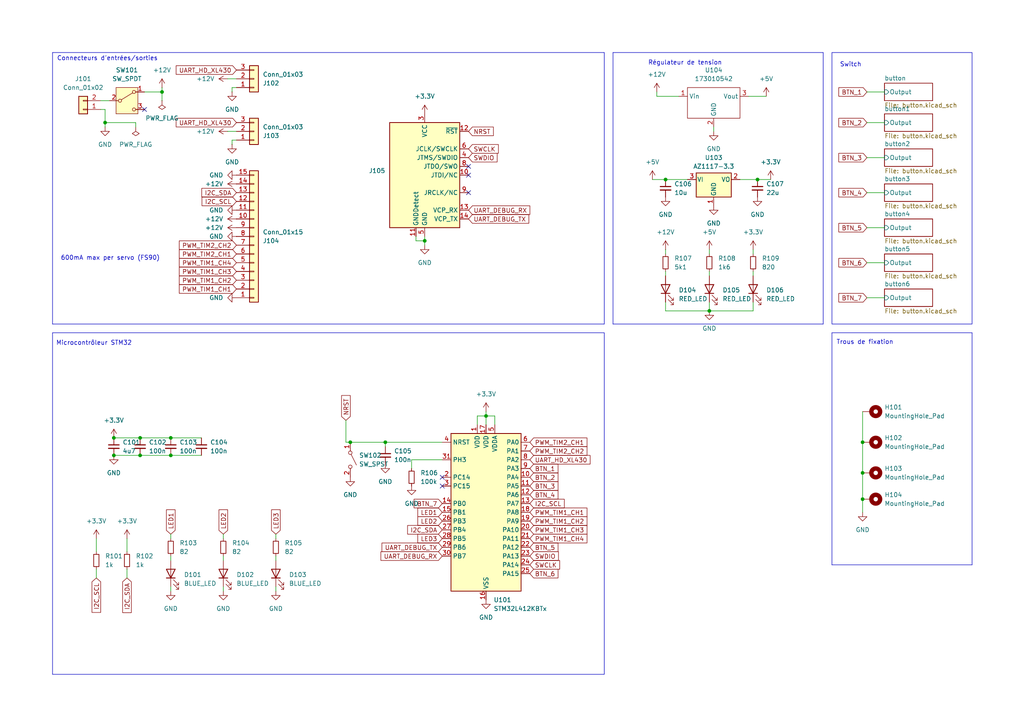
<source format=kicad_sch>
(kicad_sch (version 20231120) (generator "eeschema") (generator_version "8.0")
  (paper "A4")
  (title_block (title "Projet Corps") (date "2024-03-07") (rev "1.0") (company "ENSEA"))
  (lib_symbols
    (symbol "173010542_1"
      (property "Reference" "U" (at -5.842 5.334 0))
      (property "Value" "173010542" (at 0 0 0))
      (symbol "173010542_1_1_1"
        (rectangle (start -7.62 3.81) (end 7.62 -5.08))
        (pin power_in line (at -10.16 1.27 0) (length 2.54) (name "Vin") (number "1"))
        (pin power_in line (at 0 -7.62 90) (length 2.54) (name "GND") (number "2"))
        (pin power_out line (at 10.16 1.27 180) (length 2.54) (name "Vout") (number "3"))
      )
    )
    (symbol "Connector:Conn_ST_STDC14"
      (property "Reference" "J" (at -8.89 16.51 0))
      (property "Value" "Conn_ST_STDC14" (at 17.78 16.51 0))
      (symbol "Conn_ST_STDC14_0_1"
        (rectangle (start -10.16 15.24) (end 10.16 -15.24) (stroke (width 0.254)) (fill (type background)))
      )
      (symbol "Conn_ST_STDC14_1_1"
        (pin no_connect line (at -10.16 5.08 0) (length 2.54) hide (name "NC") (number "1"))
        (pin output line (at 12.7 0 180) (length 2.54) (name "JTDI/NC") (number "10"))
        (pin passive line (at -2.54 -17.78 90) (length 2.54) (name "GNDDetect") (number "11"))
        (pin open_collector line (at 12.7 12.7 180) (length 2.54) (name "~{RST}") (number "12"))
        (pin output line (at 12.7 -10.16 180) (length 2.54) (name "VCP_RX") (number "13"))
        (pin input line (at 12.7 -12.7 180) (length 2.54) (name "VCP_TX") (number "14"))
        (pin no_connect line (at -10.16 2.54 0) (length 2.54) hide (name "NC") (number "2"))
        (pin power_in line (at 0 17.78 270) (length 2.54) (name "VCC") (number "3"))
        (pin bidirectional line (at 12.7 5.08 180) (length 2.54) (name "JTMS/SWDIO") (number "4"))
        (pin power_in line (at 0 -17.78 90) (length 2.54) (name "GND") (number "5"))
        (pin output line (at 12.7 7.62 180) (length 2.54) (name "JCLK/SWCLK") (number "6"))
        (pin passive line (at 0 -17.78 90) (length 2.54) hide (name "GND") (number "7"))
        (pin input line (at 12.7 2.54 180) (length 2.54) (name "JTDO/SWO") (number "8"))
        (pin input line (at 12.7 -5.08 180) (length 2.54) (name "JRCLK/NC") (number "9"))
      )
    )
    (symbol "Connector_Generic:Conn_01x02" (pin_names (offset 1.016) hide)
      (property "Reference" "J" (at 0 2.54 0))
      (property "Value" "Conn_01x02" (at 0 -5.08 0))
      (symbol "Conn_01x02_1_1"
        (rectangle (start -1.27 -2.413) (end 0 -2.667) (stroke (width 0.1524)))
        (rectangle (start -1.27 0.127) (end 0 -0.127) (stroke (width 0.1524)))
        (rectangle (start -1.27 1.27) (end 1.27 -3.81) (stroke (width 0.254)) (fill (type background)))
        (pin passive line (at -5.08 0 0) (length 3.81) (name "Pin_1") (number "1"))
        (pin passive line (at -5.08 -2.54 0) (length 3.81) (name "Pin_2") (number "2"))
      )
    )
    (symbol "Connector_Generic:Conn_01x03" (pin_names (offset 1.016) hide)
      (property "Reference" "J" (at 0 5.08 0))
      (property "Value" "Conn_01x03" (at 0 -5.08 0))
      (symbol "Conn_01x03_1_1"
        (rectangle (start -1.27 -2.413) (end 0 -2.667) (stroke (width 0.1524)))
        (rectangle (start -1.27 0.127) (end 0 -0.127) (stroke (width 0.1524)))
        (rectangle (start -1.27 2.667) (end 0 2.413) (stroke (width 0.1524)))
        (rectangle (start -1.27 3.81) (end 1.27 -3.81) (stroke (width 0.254)) (fill (type background)))
        (pin passive line (at -5.08 2.54 0) (length 3.81) (name "Pin_1") (number "1"))
        (pin passive line (at -5.08 0 0) (length 3.81) (name "Pin_2") (number "2"))
        (pin passive line (at -5.08 -2.54 0) (length 3.81) (name "Pin_3") (number "3"))
      )
    )
    (symbol "Connector_Generic:Conn_01x15" (pin_names (offset 1.016) hide)
      (property "Reference" "J" (at 0 20.32 0))
      (property "Value" "Conn_01x15" (at 0 -20.32 0))
      (symbol "Conn_01x15_1_1"
        (rectangle (start -1.27 -17.653) (end 0 -17.907) (stroke (width 0.1524)))
        (rectangle (start -1.27 -15.113) (end 0 -15.367) (stroke (width 0.1524)))
        (rectangle (start -1.27 -12.573) (end 0 -12.827) (stroke (width 0.1524)))
        (rectangle (start -1.27 -10.033) (end 0 -10.287) (stroke (width 0.1524)))
        (rectangle (start -1.27 -7.493) (end 0 -7.747) (stroke (width 0.1524)))
        (rectangle (start -1.27 -4.953) (end 0 -5.207) (stroke (width 0.1524)))
        (rectangle (start -1.27 -2.413) (end 0 -2.667) (stroke (width 0.1524)))
        (rectangle (start -1.27 0.127) (end 0 -0.127) (stroke (width 0.1524)))
        (rectangle (start -1.27 2.667) (end 0 2.413) (stroke (width 0.1524)))
        (rectangle (start -1.27 5.207) (end 0 4.953) (stroke (width 0.1524)))
        (rectangle (start -1.27 7.747) (end 0 7.493) (stroke (width 0.1524)))
        (rectangle (start -1.27 10.287) (end 0 10.033) (stroke (width 0.1524)))
        (rectangle (start -1.27 12.827) (end 0 12.573) (stroke (width 0.1524)))
        (rectangle (start -1.27 15.367) (end 0 15.113) (stroke (width 0.1524)))
        (rectangle (start -1.27 17.907) (end 0 17.653) (stroke (width 0.1524)))
        (rectangle (start -1.27 19.05) (end 1.27 -19.05) (stroke (width 0.254)) (fill (type background)))
        (pin passive line (at -5.08 17.78 0) (length 3.81) (name "Pin_1") (number "1"))
        (pin passive line (at -5.08 -5.08 0) (length 3.81) (name "Pin_10") (number "10"))
        (pin passive line (at -5.08 -7.62 0) (length 3.81) (name "Pin_11") (number "11"))
        (pin passive line (at -5.08 -10.16 0) (length 3.81) (name "Pin_12") (number "12"))
        (pin passive line (at -5.08 -12.7 0) (length 3.81) (name "Pin_13") (number "13"))
        (pin passive line (at -5.08 -15.24 0) (length 3.81) (name "Pin_14") (number "14"))
        (pin passive line (at -5.08 -17.78 0) (length 3.81) (name "Pin_15") (number "15"))
        (pin passive line (at -5.08 15.24 0) (length 3.81) (name "Pin_2") (number "2"))
        (pin passive line (at -5.08 12.7 0) (length 3.81) (name "Pin_3") (number "3"))
        (pin passive line (at -5.08 10.16 0) (length 3.81) (name "Pin_4") (number "4"))
        (pin passive line (at -5.08 7.62 0) (length 3.81) (name "Pin_5") (number "5"))
        (pin passive line (at -5.08 5.08 0) (length 3.81) (name "Pin_6") (number "6"))
        (pin passive line (at -5.08 2.54 0) (length 3.81) (name "Pin_7") (number "7"))
        (pin passive line (at -5.08 0 0) (length 3.81) (name "Pin_8") (number "8"))
        (pin passive line (at -5.08 -2.54 0) (length 3.81) (name "Pin_9") (number "9"))
      )
    )
    (symbol "Device:C_Small" (pin_numbers hide) (pin_names (offset 0.254) hide)
      (property "Reference" "C" (at 0.254 1.778 0))
      (property "Value" "C_Small" (at 0.254 -2.032 0))
      (symbol "C_Small_0_1"
        (polyline (pts (xy -1.524 -0.508) (xy 1.524 -0.508)) (stroke (width 0.3302)))
        (polyline (pts (xy -1.524 0.508) (xy 1.524 0.508)) (stroke (width 0.3048)))
      )
      (symbol "C_Small_1_1"
        (pin passive line (at 0 2.54 270) (length 2.032) (name "~") (number "1"))
        (pin passive line (at 0 -2.54 90) (length 2.032) (name "~") (number "2"))
      )
    )
    (symbol "Device:LED" (pin_numbers hide) (pin_names (offset 1.016) hide)
      (property "Reference" "D" (at 0 2.54 0))
      (property "Value" "LED" (at 0 -2.54 0))
      (symbol "LED_0_1"
        (polyline (pts (xy -1.27 -1.27) (xy -1.27 1.27)) (stroke (width 0.254)))
        (polyline (pts (xy -1.27 0) (xy 1.27 0)))
        (polyline (pts (xy 1.27 -1.27) (xy 1.27 1.27) (xy -1.27 0) (xy 1.27 -1.27)) (stroke (width 0.254)))
        (polyline (pts (xy -3.048 -0.762) (xy -4.572 -2.286) (xy -3.81 -2.286) (xy -4.572 -2.286) (xy -4.572 -1.524)))
        (polyline (pts (xy -1.778 -0.762) (xy -3.302 -2.286) (xy -2.54 -2.286) (xy -3.302 -2.286) (xy -3.302 -1.524)))
      )
      (symbol "LED_1_1"
        (pin passive line (at -3.81 0 0) (length 2.54) (name "K") (number "1"))
        (pin passive line (at 3.81 0 180) (length 2.54) (name "A") (number "2"))
      )
    )
    (symbol "Device:R_Small" (pin_numbers hide) (pin_names (offset 0.254) hide)
      (property "Reference" "R" (at 0.762 0.508 0))
      (property "Value" "R_Small" (at 0.762 -1.016 0))
      (symbol "R_Small_0_1"
        (rectangle (start -0.762 1.778) (end 0.762 -1.778) (stroke (width 0.2032)))
      )
      (symbol "R_Small_1_1"
        (pin passive line (at 0 2.54 270) (length 0.762) (name "~") (number "1"))
        (pin passive line (at 0 -2.54 90) (length 0.762) (name "~") (number "2"))
      )
    )
    (symbol "GND_1" (power) (pin_numbers hide) (pin_names (offset 0) hide)
      (property "Value" "GND" (at 0 -3.81 0))
      (symbol "GND_1_0_1"
        (polyline (pts (xy 0 0) (xy 0 -1.27) (xy 1.27 -1.27) (xy 0 -2.54) (xy -1.27 -1.27) (xy 0 -1.27)))
      )
      (symbol "GND_1_1_1"
        (pin power_in line (at 0 0 270) (length 0) (name "~") (number "1"))
      )
    )
    (symbol "Mechanical:MountingHole_Pad" (pin_numbers hide) (pin_names (offset 1.016) hide)
      (property "Reference" "H" (at 0 6.35 0))
      (property "Value" "MountingHole_Pad" (at 0 4.445 0))
      (symbol "MountingHole_Pad_0_1"
        (circle (center 0 1.27) (radius 1.27) (stroke (width 1.27)))
      )
      (symbol "MountingHole_Pad_1_1"
        (pin input line (at 0 -2.54 90) (length 2.54) (name "1") (number "1"))
      )
    )
    (symbol "Regulator_Linear:AZ1117-3.3" (pin_names (offset 0.254))
      (property "Reference" "U" (at -3.81 3.175 0))
      (property "Value" "AZ1117-3.3" (at 0 3.175 0))
      (symbol "AZ1117-3.3_0_1"
        (rectangle (start -5.08 1.905) (end 5.08 -5.08) (stroke (width 0.254)) (fill (type background)))
      )
      (symbol "AZ1117-3.3_1_1"
        (pin power_in line (at 0 -7.62 90) (length 2.54) (name "GND") (number "1"))
        (pin power_out line (at 7.62 0 180) (length 2.54) (name "VO") (number "2"))
        (pin power_in line (at -7.62 0 0) (length 2.54) (name "VI") (number "3"))
      )
    )
    (symbol "STM32L412KBTx_1"
      (property "Reference" "U" (at -10.16 24.13 0))
      (property "Value" "STM32L412KBTx" (at 5.08 24.13 0))
      (symbol "STM32L412KBTx_1_0_1"
        (rectangle (start -10.16 -22.86) (end 10.16 22.86) (stroke (width 0.254)) (fill (type background)))
      )
      (symbol "STM32L412KBTx_1_1_1"
        (pin power_in line (at -2.54 25.4 270) (length 2.54) (name "VDD") (number "1"))
        (pin bidirectional line (at 12.7 10.16 180) (length 2.54) (name "PA4") (number "10"))
        (pin bidirectional line (at 12.7 7.62 180) (length 2.54) (name "PA5") (number "11"))
        (pin bidirectional line (at 12.7 5.08 180) (length 2.54) (name "PA6") (number "12"))
        (pin bidirectional line (at 12.7 2.54 180) (length 2.54) (name "PA7") (number "13"))
        (pin bidirectional line (at -12.7 2.54 0) (length 2.54) (name "PB0") (number "14"))
        (pin bidirectional line (at -12.7 0 0) (length 2.54) (name "PB1") (number "15"))
        (pin power_in line (at 0 -25.4 90) (length 2.54) (name "VSS") (number "16"))
        (pin power_in line (at 0 25.4 270) (length 2.54) (name "VDD") (number "17"))
        (pin bidirectional line (at 12.7 0 180) (length 2.54) (name "PA8") (number "18"))
        (pin bidirectional line (at 12.7 -2.54 180) (length 2.54) (name "PA9") (number "19"))
        (pin bidirectional line (at -12.7 10.16 0) (length 2.54) (name "PC14") (number "2"))
        (pin bidirectional line (at 12.7 -5.08 180) (length 2.54) (name "PA10") (number "20"))
        (pin bidirectional line (at 12.7 -7.62 180) (length 2.54) (name "PA11") (number "21"))
        (pin bidirectional line (at 12.7 -10.16 180) (length 2.54) (name "PA12") (number "22"))
        (pin bidirectional line (at 12.7 -12.7 180) (length 2.54) (name "PA13") (number "23"))
        (pin bidirectional line (at 12.7 -15.24 180) (length 2.54) (name "PA14") (number "24"))
        (pin bidirectional line (at 12.7 -17.78 180) (length 2.54) (name "PA15") (number "25"))
        (pin bidirectional line (at -12.7 -2.54 0) (length 2.54) (name "PB3") (number "26"))
        (pin bidirectional line (at -12.7 -5.08 0) (length 2.54) (name "PB4") (number "27"))
        (pin bidirectional line (at -12.7 -7.62 0) (length 2.54) (name "PB5") (number "28"))
        (pin bidirectional line (at -12.7 -10.16 0) (length 2.54) (name "PB6") (number "29"))
        (pin bidirectional line (at -12.7 7.62 0) (length 2.54) (name "PC15") (number "3"))
        (pin bidirectional line (at -12.7 -12.7 0) (length 2.54) (name "PB7") (number "30"))
        (pin bidirectional line (at -12.7 15.24 0) (length 2.54) (name "PH3") (number "31"))
        (pin passive line (at 0 -25.4 90) (length 2.54) hide (name "VSS") (number "32"))
        (pin input line (at -12.7 20.32 0) (length 2.54) (name "NRST") (number "4"))
        (pin power_in line (at 2.54 25.4 270) (length 2.54) (name "VDDA") (number "5"))
        (pin bidirectional line (at 12.7 20.32 180) (length 2.54) (name "PA0") (number "6"))
        (pin bidirectional line (at 12.7 17.78 180) (length 2.54) (name "PA1") (number "7"))
        (pin bidirectional line (at 12.7 15.24 180) (length 2.54) (name "PA2") (number "8"))
        (pin bidirectional line (at 12.7 12.7 180) (length 2.54) (name "PA3") (number "9"))
      )
    )
    (symbol "Switch:SW_SPDT" (pin_names (offset 0) hide)
      (property "Reference" "SW" (at 0 5.08 0))
      (property "Value" "SW_SPDT" (at 0 -5.08 0))
      (symbol "SW_SPDT_0_1"
        (circle (center -2.032 0) (radius 0.4572))
        (polyline (pts (xy -1.651 0.254) (xy 1.651 2.286)))
        (circle (center 2.032 -2.54) (radius 0.4572))
        (circle (center 2.032 2.54) (radius 0.4572))
      )
      (symbol "SW_SPDT_1_1"
        (rectangle (start -3.175 3.81) (end 3.175 -3.81) (fill (type background)))
        (pin passive line (at 5.08 2.54 180) (length 2.54) (name "A") (number "1"))
        (pin passive line (at -5.08 0 0) (length 2.54) (name "B") (number "2"))
        (pin passive line (at 5.08 -2.54 180) (length 2.54) (name "C") (number "3"))
      )
    )
    (symbol "Switch:SW_SPST" (pin_names (offset 0) hide)
      (property "Reference" "SW" (at 0 3.175 0))
      (property "Value" "SW_SPST" (at 0 -2.54 0))
      (symbol "SW_SPST_0_0"
        (circle (center -2.032 0) (radius 0.508))
        (polyline (pts (xy -1.524 0.254) (xy 1.524 1.778)))
        (circle (center 2.032 0) (radius 0.508))
      )
      (symbol "SW_SPST_1_1"
        (pin passive line (at -5.08 0 0) (length 2.54) (name "A") (number "1"))
        (pin passive line (at 5.08 0 180) (length 2.54) (name "B") (number "2"))
      )
    )
    (symbol "power:+12V" (power) (pin_numbers hide) (pin_names (offset 0) hide)
      (property "Value" "+12V" (at 0 3.556 0))
      (symbol "+12V_0_1"
        (polyline (pts (xy -0.762 1.27) (xy 0 2.54)))
        (polyline (pts (xy 0 0) (xy 0 2.54)))
        (polyline (pts (xy 0 2.54) (xy 0.762 1.27)))
      )
      (symbol "+12V_1_1"
        (pin power_in line (at 0 0 90) (length 0) (name "~") (number "1"))
      )
    )
    (symbol "power:+3.3V" (power) (pin_names (offset 0))
      (property "Value" "+3.3V" (at 0 3.556 0))
      (symbol "+3.3V_0_1"
        (polyline (pts (xy -0.762 1.27) (xy 0 2.54)))
        (polyline (pts (xy 0 0) (xy 0 2.54)))
        (polyline (pts (xy 0 2.54) (xy 0.762 1.27)))
      )
      (symbol "+3.3V_1_1"
        (pin power_in line (at 0 0 90) (length 0) hide (name "+3.3V") (number "1"))
      )
    )
    (symbol "power:+5V" (power) (pin_names (offset 0))
      (property "Value" "+5V" (at 0 3.556 0))
      (symbol "+5V_0_1"
        (polyline (pts (xy -0.762 1.27) (xy 0 2.54)))
        (polyline (pts (xy 0 0) (xy 0 2.54)))
        (polyline (pts (xy 0 2.54) (xy 0.762 1.27)))
      )
      (symbol "+5V_1_1"
        (pin power_in line (at 0 0 90) (length 0) hide (name "+5V") (number "1"))
      )
    )
    (symbol "power:GND" (power) (pin_names (offset 0))
      (property "Value" "GND" (at 0 -3.81 0))
      (symbol "GND_0_1"
        (polyline (pts (xy 0 0) (xy 0 -1.27) (xy 1.27 -1.27) (xy 0 -2.54) (xy -1.27 -1.27) (xy 0 -1.27)))
      )
      (symbol "GND_1_1"
        (pin power_in line (at 0 0 270) (length 0) hide (name "GND") (number "1"))
      )
    )
    (symbol "power:PWR_FLAG" (power) (pin_numbers hide) (pin_names (offset 0) hide)
      (property "Value" "PWR_FLAG" (at 0 3.81 0))
      (symbol "PWR_FLAG_0_0"
        (pin power_out line (at 0 0 90) (length 0) (name "~") (number "1"))
      )
      (symbol "PWR_FLAG_0_1"
        (polyline (pts (xy 0 0) (xy 0 1.27) (xy -1.016 1.905) (xy 0 2.54) (xy 1.016 1.905) (xy 0 1.27)))
      )
    )
  )
  (junction (at 193.04 52.07))
  (junction (at 111.76 128.27))
  (junction (at 140.97 120.65))
  (junction (at 250.19 137.16))
  (junction (at 123.19 69.85))
  (junction (at 33.02 127))
  (junction (at 49.53 127))
  (junction (at 219.71 52.07))
  (junction (at 101.6 128.27))
  (junction (at 40.64 127))
  (junction (at 205.74 90.17))
  (junction (at 250.19 128.27))
  (junction (at 49.53 132.08))
  (junction (at 33.02 132.08))
  (junction (at 46.99 26.67))
  (junction (at 40.64 132.08))
  (junction (at 30.48 35.56))
  (junction (at 250.19 144.78))
  (no_connect (at 128.27 140.97))
  (no_connect (at 135.89 55.88))
  (no_connect (at 128.27 138.43))
  (no_connect (at 41.91 31.75))
  (no_connect (at 135.89 48.26))
  (no_connect (at 135.89 50.8))
  (wire (pts (xy 205.74 90.17) (xy 218.44 90.17)))
  (wire (pts (xy 80.01 170.18) (xy 80.01 171.45)))
  (wire (pts (xy 66.04 22.86) (xy 68.58 22.86)))
  (wire (pts (xy 219.71 52.07) (xy 223.52 52.07)))
  (wire (pts (xy 205.74 87.63) (xy 205.74 90.17)))
  (wire (pts (xy 66.04 38.1) (xy 68.58 38.1)))
  (wire (pts (xy 205.74 78.74) (xy 205.74 80.01)))
  (polyline (pts (xy 15.24 93.98) (xy 175.26 93.98)))
  (wire (pts (xy 140.97 120.65) (xy 143.51 120.65)))
  (wire (pts (xy 140.97 120.65) (xy 140.97 123.19)))
  (wire (pts (xy 250.19 144.78) (xy 250.19 148.59)))
  (wire (pts (xy 251.46 66.04) (xy 256.54 66.04)))
  (wire (pts (xy 80.01 154.94) (xy 80.01 156.21)))
  (polyline (pts (xy 175.26 15.24) (xy 15.24 15.24)))
  (polyline (pts (xy 175.26 93.98) (xy 175.26 15.24)))
  (wire (pts (xy 40.64 132.08) (xy 49.53 132.08)))
  (polyline (pts (xy 238.76 93.98) (xy 238.76 15.24)))
  (wire (pts (xy 29.21 31.75) (xy 30.48 31.75)))
  (wire (pts (xy 49.53 161.29) (xy 49.53 162.56)))
  (wire (pts (xy 251.46 55.88) (xy 256.54 55.88)))
  (polyline (pts (xy 177.8 93.98) (xy 238.76 93.98)))
  (wire (pts (xy 33.02 132.08) (xy 40.64 132.08)))
  (wire (pts (xy 128.27 133.35) (xy 119.38 133.35)))
  (wire (pts (xy 251.46 86.36) (xy 256.54 86.36)))
  (wire (pts (xy 120.65 69.85) (xy 123.19 69.85)))
  (wire (pts (xy 250.19 119.38) (xy 250.19 128.27)))
  (wire (pts (xy 190.5 27.94) (xy 196.85 27.94)))
  (wire (pts (xy 111.76 128.27) (xy 111.76 129.54)))
  (wire (pts (xy 218.44 87.63) (xy 218.44 90.17)))
  (polyline (pts (xy 238.76 15.24) (xy 177.8 15.24)))
  (wire (pts (xy 251.46 35.56) (xy 256.54 35.56)))
  (wire (pts (xy 49.53 132.08) (xy 58.42 132.08)))
  (wire (pts (xy 29.21 29.21) (xy 31.75 29.21)))
  (polyline (pts (xy 15.24 96.52) (xy 15.24 195.58)))
  (wire (pts (xy 140.97 120.65) (xy 138.43 120.65)))
  (wire (pts (xy 123.19 68.58) (xy 123.19 69.85)))
  (wire (pts (xy 41.91 26.67) (xy 46.99 26.67)))
  (wire (pts (xy 193.04 78.74) (xy 193.04 80.01)))
  (wire (pts (xy 193.04 90.17) (xy 193.04 87.63)))
  (wire (pts (xy 101.6 128.27) (xy 111.76 128.27)))
  (wire (pts (xy 205.74 72.39) (xy 205.74 73.66)))
  (wire (pts (xy 189.23 52.07) (xy 193.04 52.07)))
  (wire (pts (xy 36.83 156.21) (xy 36.83 160.02)))
  (wire (pts (xy 67.31 40.64) (xy 67.31 41.91)))
  (polyline (pts (xy 15.24 195.58) (xy 175.26 195.58)))
  (wire (pts (xy 218.44 72.39) (xy 218.44 73.66)))
  (wire (pts (xy 68.58 25.4) (xy 67.31 25.4)))
  (wire (pts (xy 33.02 127) (xy 40.64 127)))
  (polyline (pts (xy 175.26 195.58) (xy 175.26 96.52)))
  (wire (pts (xy 49.53 154.94) (xy 49.53 156.21)))
  (wire (pts (xy 190.5 26.67) (xy 190.5 27.94)))
  (polyline (pts (xy 241.3 96.52) (xy 281.94 96.52)))
  (wire (pts (xy 218.44 78.74) (xy 218.44 80.01)))
  (wire (pts (xy 143.51 123.19) (xy 143.51 120.65)))
  (wire (pts (xy 251.46 26.67) (xy 256.54 26.67)))
  (wire (pts (xy 140.97 119.38) (xy 140.97 120.65)))
  (polyline (pts (xy 241.3 96.52) (xy 241.3 163.83)))
  (wire (pts (xy 250.19 137.16) (xy 250.19 144.78)))
  (wire (pts (xy 205.74 90.17) (xy 193.04 90.17)))
  (wire (pts (xy 64.77 161.29) (xy 64.77 162.56)))
  (wire (pts (xy 217.17 27.94) (xy 222.25 27.94)))
  (wire (pts (xy 67.31 25.4) (xy 67.31 26.67)))
  (wire (pts (xy 39.37 36.83) (xy 39.37 35.56)))
  (wire (pts (xy 251.46 45.72) (xy 256.54 45.72)))
  (wire (pts (xy 30.48 35.56) (xy 39.37 35.56)))
  (wire (pts (xy 120.65 68.58) (xy 120.65 69.85)))
  (wire (pts (xy 49.53 127) (xy 58.42 127)))
  (wire (pts (xy 68.58 40.64) (xy 67.31 40.64)))
  (wire (pts (xy 250.19 128.27) (xy 250.19 137.16)))
  (wire (pts (xy 27.94 156.21) (xy 27.94 160.02)))
  (polyline (pts (xy 281.94 163.83) (xy 281.94 96.52)))
  (wire (pts (xy 46.99 25.4) (xy 46.99 26.67)))
  (wire (pts (xy 46.99 26.67) (xy 46.99 29.21)))
  (wire (pts (xy 27.94 165.1) (xy 27.94 167.64)))
  (wire (pts (xy 100.33 128.27) (xy 101.6 128.27)))
  (polyline (pts (xy 177.8 15.24) (xy 177.8 93.98)))
  (wire (pts (xy 193.04 52.07) (xy 199.39 52.07)))
  (polyline (pts (xy 241.3 163.83) (xy 281.94 163.83)))
  (wire (pts (xy 119.38 133.35) (xy 119.38 135.89)))
  (wire (pts (xy 80.01 161.29) (xy 80.01 162.56)))
  (wire (pts (xy 64.77 170.18) (xy 64.77 171.45)))
  (polyline (pts (xy 15.24 15.24) (xy 15.24 93.98)))
  (wire (pts (xy 100.33 121.92) (xy 100.33 128.27)))
  (wire (pts (xy 207.01 36.83) (xy 207.01 38.1)))
  (wire (pts (xy 30.48 35.56) (xy 30.48 36.83)))
  (wire (pts (xy 111.76 128.27) (xy 128.27 128.27)))
  (wire (pts (xy 40.64 127) (xy 49.53 127)))
  (wire (pts (xy 193.04 72.39) (xy 193.04 73.66)))
  (wire (pts (xy 214.63 52.07) (xy 219.71 52.07)))
  (wire (pts (xy 64.77 154.94) (xy 64.77 156.21)))
  (wire (pts (xy 251.46 76.2) (xy 256.54 76.2)))
  (wire (pts (xy 36.83 165.1) (xy 36.83 167.64)))
  (polyline (pts (xy 15.24 96.52) (xy 175.26 96.52)))
  (wire (pts (xy 138.43 120.65) (xy 138.43 123.19)))
  (wire (pts (xy 30.48 31.75) (xy 30.48 35.56)))
  (wire (pts (xy 123.19 69.85) (xy 123.19 71.12)))
  (wire (pts (xy 49.53 170.18) (xy 49.53 171.45)))
  (rectangle (start 241.3 15.24) (end 281.94 93.98))
  (text "600mA max per servo (FS90)" (at 32.004 74.93 0) (effects (font (size 1.27 1.27))))
  (text "Microcontrôleur STM32" (at 16.256 100.33 0) (effects (font (size 1.27 1.27)) (justify left bottom)))
  (text "Switch\n" (at 243.586 19.558 0) (effects (font (size 1.27 1.27)) (justify left bottom)))
  (text "Connecteurs d'entrées/sorties" (at 16.51 17.78 0) (effects (font (size 1.27 1.27)) (justify left bottom)))
  (text "Trous de fixation" (at 242.57 100.076 0) (effects (font (size 1.27 1.27)) (justify left bottom)))
  (text "Régulateur de tension\n" (at 187.96 19.05 0) (effects (font (size 1.27 1.27)) (justify left bottom)))
  (global_label "UART_HD_XL430" (shape input) (at 68.58 35.56 180) (property "Intersheetrefs" "${INTERSHEET_REFS}" (effects (hide yes))))
  (global_label "PWM_TIM2_CH2" (shape input) (at 153.67 130.81 0) (property "Intersheetrefs" "${INTERSHEET_REFS}" (effects (hide yes))))
  (global_label "BTN_7" (shape input) (at 251.46 86.36 180) (property "Intersheetrefs" "${INTERSHEET_REFS}" (effects (hide yes))))
  (global_label "PWM_TIM1_CH2" (shape input) (at 68.58 81.28 180) (property "Intersheetrefs" "${INTERSHEET_REFS}" (effects (hide yes))))
  (global_label "PWM_TIM1_CH2" (shape input) (at 153.67 151.13 0) (property "Intersheetrefs" "${INTERSHEET_REFS}" (effects (hide yes))))
  (global_label "UART_HD_XL430" (shape input) (at 153.67 133.35 0) (property "Intersheetrefs" "${INTERSHEET_REFS}" (effects (hide yes))))
  (global_label "NRST" (shape input) (at 135.89 38.1 0) (property "Intersheetrefs" "${INTERSHEET_REFS}" (effects (hide yes))))
  (global_label "I2C_SCL" (shape input) (at 153.67 146.05 0) (property "Intersheetrefs" "${INTERSHEET_REFS}" (effects (hide yes))))
  (global_label "LED3" (shape input) (at 128.27 156.21 180) (property "Intersheetrefs" "${INTERSHEET_REFS}" (effects (hide yes))))
  (global_label "BTN_5" (shape input) (at 153.67 158.75 0) (property "Intersheetrefs" "${INTERSHEET_REFS}" (effects (hide yes))))
  (global_label "PWM_TIM1_CH3" (shape input) (at 153.67 153.67 0) (property "Intersheetrefs" "${INTERSHEET_REFS}" (effects (hide yes))))
  (global_label "LED2" (shape input) (at 128.27 151.13 180) (property "Intersheetrefs" "${INTERSHEET_REFS}" (effects (hide yes))))
  (global_label "UART_DEBUG_TX" (shape input) (at 128.27 158.75 180) (property "Intersheetrefs" "${INTERSHEET_REFS}" (effects (hide yes))))
  (global_label "BTN_6" (shape input) (at 251.46 76.2 180) (property "Intersheetrefs" "${INTERSHEET_REFS}" (effects (hide yes))))
  (global_label "LED1" (shape input) (at 128.27 148.59 180) (property "Intersheetrefs" "${INTERSHEET_REFS}" (effects (hide yes))))
  (global_label "BTN_4" (shape input) (at 251.46 55.88 180) (property "Intersheetrefs" "${INTERSHEET_REFS}" (effects (hide yes))))
  (global_label "SWCLK" (shape input) (at 135.89 43.18 0) (property "Intersheetrefs" "${INTERSHEET_REFS}" (effects (hide yes))))
  (global_label "PWM_TIM2_CH1" (shape input) (at 153.67 128.27 0) (property "Intersheetrefs" "${INTERSHEET_REFS}" (effects (hide yes))))
  (global_label "BTN_2" (shape input) (at 153.67 138.43 0) (property "Intersheetrefs" "${INTERSHEET_REFS}" (effects (hide yes))))
  (global_label "BTN_2" (shape input) (at 251.46 35.56 180) (property "Intersheetrefs" "${INTERSHEET_REFS}" (effects (hide yes))))
  (global_label "I2C_SDA" (shape input) (at 128.27 153.67 180) (property "Intersheetrefs" "${INTERSHEET_REFS}" (effects (hide yes))))
  (global_label "LED3" (shape input) (at 80.01 154.94 90) (property "Intersheetrefs" "${INTERSHEET_REFS}" (effects (hide yes))))
  (global_label "PWM_TIM1_CH1" (shape input) (at 68.58 83.82 180) (property "Intersheetrefs" "${INTERSHEET_REFS}" (effects (hide yes))))
  (global_label "SWDIO" (shape input) (at 135.89 45.72 0) (property "Intersheetrefs" "${INTERSHEET_REFS}" (effects (hide yes))))
  (global_label "I2C_SDA" (shape input) (at 36.83 167.64 270) (property "Intersheetrefs" "${INTERSHEET_REFS}" (effects (hide yes))))
  (global_label "I2C_SDA" (shape input) (at 68.58 55.88 180) (property "Intersheetrefs" "${INTERSHEET_REFS}" (effects (hide yes))))
  (global_label "PWM_TIM1_CH4" (shape input) (at 153.67 156.21 0) (property "Intersheetrefs" "${INTERSHEET_REFS}" (effects (hide yes))))
  (global_label "PWM_TIM1_CH1" (shape input) (at 153.67 148.59 0) (property "Intersheetrefs" "${INTERSHEET_REFS}" (effects (hide yes))))
  (global_label "UART_DEBUG_RX" (shape input) (at 135.89 60.96 0) (property "Intersheetrefs" "${INTERSHEET_REFS}" (effects (hide yes))))
  (global_label "BTN_4" (shape input) (at 153.67 143.51 0) (property "Intersheetrefs" "${INTERSHEET_REFS}" (effects (hide yes))))
  (global_label "LED2" (shape input) (at 64.77 154.94 90) (property "Intersheetrefs" "${INTERSHEET_REFS}" (effects (hide yes))))
  (global_label "BTN_1" (shape input) (at 251.46 26.67 180) (property "Intersheetrefs" "${INTERSHEET_REFS}" (effects (hide yes))))
  (global_label "BTN_6" (shape input) (at 153.67 166.37 0) (property "Intersheetrefs" "${INTERSHEET_REFS}" (effects (hide yes))))
  (global_label "BTN_3" (shape input) (at 153.67 140.97 0) (property "Intersheetrefs" "${INTERSHEET_REFS}" (effects (hide yes))))
  (global_label "UART_HD_XL430" (shape input) (at 68.58 20.32 180) (property "Intersheetrefs" "${INTERSHEET_REFS}" (effects (hide yes))))
  (global_label "I2C_SCL" (shape input) (at 68.58 58.42 180) (property "Intersheetrefs" "${INTERSHEET_REFS}" (effects (hide yes))))
  (global_label "BTN_5" (shape input) (at 251.46 66.04 180) (property "Intersheetrefs" "${INTERSHEET_REFS}" (effects (hide yes))))
  (global_label "BTN_3" (shape input) (at 251.46 45.72 180) (property "Intersheetrefs" "${INTERSHEET_REFS}" (effects (hide yes))))
  (global_label "PWM_TIM1_CH3" (shape input) (at 68.58 78.74 180) (property "Intersheetrefs" "${INTERSHEET_REFS}" (effects (hide yes))))
  (global_label "UART_DEBUG_RX" (shape input) (at 128.27 161.29 180) (property "Intersheetrefs" "${INTERSHEET_REFS}" (effects (hide yes))))
  (global_label "PWM_TIM2_CH1" (shape input) (at 68.58 73.66 180) (property "Intersheetrefs" "${INTERSHEET_REFS}" (effects (hide yes))))
  (global_label "UART_DEBUG_TX" (shape input) (at 135.89 63.5 0) (property "Intersheetrefs" "${INTERSHEET_REFS}" (effects (hide yes))))
  (global_label "BTN_7" (shape input) (at 128.27 146.05 180) (property "Intersheetrefs" "${INTERSHEET_REFS}" (effects (hide yes))))
  (global_label "NRST" (shape input) (at 100.33 121.92 90) (property "Intersheetrefs" "${INTERSHEET_REFS}" (effects (hide yes))))
  (global_label "PWM_TIM1_CH4" (shape input) (at 68.58 76.2 180) (property "Intersheetrefs" "${INTERSHEET_REFS}" (effects (hide yes))))
  (global_label "SWCLK" (shape input) (at 153.67 163.83 0) (property "Intersheetrefs" "${INTERSHEET_REFS}" (effects (hide yes))))
  (global_label "LED1" (shape input) (at 49.53 154.94 90) (property "Intersheetrefs" "${INTERSHEET_REFS}" (effects (hide yes))))
  (global_label "BTN_1" (shape input) (at 153.67 135.89 0) (property "Intersheetrefs" "${INTERSHEET_REFS}" (effects (hide yes))))
  (global_label "SWDIO" (shape input) (at 153.67 161.29 0) (property "Intersheetrefs" "${INTERSHEET_REFS}" (effects (hide yes))))
  (global_label "I2C_SCL" (shape input) (at 27.94 167.64 270) (property "Intersheetrefs" "${INTERSHEET_REFS}" (effects (hide yes))))
  (global_label "PWM_TIM2_CH2" (shape input) (at 68.58 71.12 180) (property "Intersheetrefs" "${INTERSHEET_REFS}" (effects (hide yes))))
  (symbol (lib_id "Device:C_Small") (at 219.71 54.61 0) (unit 1)
    (property "Reference" "C107" (at 222.25 53.3463 0) (effects (justify left)))
    (property "Value" "22u" (at 222.25 55.8863 0) (effects (justify left)))
    (property "Footprint" "Capacitor_SMD:C_Elec_5x5.4" (effects (hide yes)))
  )
  (symbol (lib_id "power:+3.3V") (at 36.83 156.21 0) (unit 1)
    (property "Reference" "#PWR0105" (effects (hide yes)))
    (property "Value" "+3.3V" (at 36.83 151.13 0))
  )
  (symbol (lib_name "GND_1") (lib_id "power:GND") (at 68.58 60.96 270) (unit 1)
    (property "Reference" "#PWR0115" (effects (hide yes)))
    (property "Value" "GND" (at 64.77 60.9599 90) (effects (justify right)))
    (property "Description" "Power symbol creates a global label with name \"GND\" , ground" (effects (hide yes)))
  )
  (symbol (lib_id "Connector_Generic:Conn_01x15") (at 73.66 68.58 0) (mirror x) (unit 1)
    (property "Reference" "J104" (at 76.2 69.8501 0) (effects (justify left)))
    (property "Value" "Conn_01x15" (at 76.2 67.3101 0) (effects (justify left)))
    (property "Footprint" "libs:CONN15_31321_WRE" (effects (hide yes)))
    (property "Datasheet" "https://www.we-online.com/components/products/datasheet/618015231421.pdf" (effects (hide yes)))
    (property "Description" "Generic connector, single row, 01x15, script generated (kicad-library-utils/schlib/autogen/connector/)" (effects (hide yes)))
  )
  (symbol (lib_id "Device:R_Small") (at 80.01 158.75 0) (unit 1)
    (property "Reference" "R105" (at 82.55 157.4799 0) (effects (justify left)))
    (property "Value" "82" (at 82.55 160.0199 0) (effects (justify left)))
    (property "Footprint" "Resistor_SMD:R_0402_1005Metric" (effects (hide yes)))
    (property "Description" "Resistor, small symbol" (effects (hide yes)))
  )
  (symbol (lib_id "Device:R_Small") (at 193.04 76.2 0) (unit 1)
    (property "Reference" "R107" (at 195.58 74.9299 0) (effects (justify left)))
    (property "Value" "5k1" (at 195.58 77.4699 0) (effects (justify left)))
    (property "Footprint" "Resistor_SMD:R_0402_1005Metric" (effects (hide yes)))
    (property "Description" "Resistor, small symbol" (effects (hide yes)))
  )
  (symbol (lib_id "Device:R_Small") (at 218.44 76.2 0) (unit 1)
    (property "Reference" "R109" (at 220.98 74.9299 0) (effects (justify left)))
    (property "Value" "820" (at 220.98 77.4699 0) (effects (justify left)))
    (property "Footprint" "Resistor_SMD:R_0402_1005Metric" (effects (hide yes)))
    (property "Description" "Resistor, small symbol" (effects (hide yes)))
  )
  (symbol (lib_id "Connector_Generic:Conn_01x03") (at 73.66 38.1 0) (mirror x) (unit 1)
    (property "Reference" "J103" (at 76.2 39.3701 0) (effects (justify left)))
    (property "Value" "Conn_01x03" (at 76.2 36.8301 0) (effects (justify left)))
    (property "Footprint" "Connector_JST:JST_EH_B3B-EH-A_1x03_P2.50mm_Vertical" (effects (hide yes)))
    (property "Description" "Generic connector, single row, 01x03, script generated (kicad-library-utils/schlib/autogen/connector/)" (effects (hide yes)))
  )
  (symbol (lib_id "power:+12V") (at 68.58 63.5 90) (unit 1)
    (property "Reference" "#PWR0116" (effects (hide yes)))
    (property "Value" "+12V" (at 64.77 63.4999 90) (effects (justify left)))
    (property "Description" "Power symbol creates a global label with name \"+12V\"" (effects (hide yes)))
  )
  (symbol (lib_id "power:GND") (at 123.19 71.12 0) (unit 1)
    (property "Reference" "#PWR0125" (effects (hide yes)))
    (property "Value" "GND" (at 123.19 76.2 0))
  )
  (symbol (lib_id "Mechanical:MountingHole_Pad") (at 252.73 119.38 270) (unit 1)
    (property "Reference" "H101" (at 256.54 118.11 90) (effects (justify left)))
    (property "Value" "MountingHole_Pad" (at 256.54 120.65 90) (effects (justify left)))
    (property "Footprint" "MountingHole:MountingHole_3.2mm_M3_Pad_Via" (effects (hide yes)))
  )
  (symbol (lib_id "power:GND") (at 205.74 90.17 0) (unit 1)
    (property "Reference" "#PWR0133" (effects (hide yes)))
    (property "Value" "GND" (at 205.74 95.25 0))
  )
  (symbol (lib_id "power:+12V") (at 68.58 66.04 90) (unit 1)
    (property "Reference" "#PWR0117" (effects (hide yes)))
    (property "Value" "+12V" (at 64.77 66.0399 90) (effects (justify left)))
    (property "Description" "Power symbol creates a global label with name \"+12V\"" (effects (hide yes)))
  )
  (symbol (lib_id "Connector_Generic:Conn_01x03") (at 73.66 22.86 0) (mirror x) (unit 1)
    (property "Reference" "J102" (at 76.2 24.1301 0) (effects (justify left)))
    (property "Value" "Conn_01x03" (at 76.2 21.5901 0) (effects (justify left)))
    (property "Footprint" "Connector_JST:JST_EH_B3B-EH-A_1x03_P2.50mm_Vertical" (effects (hide yes)))
    (property "Description" "Generic connector, single row, 01x03, script generated (kicad-library-utils/schlib/autogen/connector/)" (effects (hide yes)))
  )
  (symbol (lib_id "Switch:SW_SPDT") (at 36.83 29.21 0) (unit 1)
    (property "Reference" "SW101" (at 36.83 20.32 0))
    (property "Value" "SW_SPDT" (at 36.83 22.86 0))
    (property "Footprint" "mylib:472123010111" (effects (hide yes)))
    (property "Datasheet" "https://www.we-online.com/components/products/datasheet/472123010111.pdf" (effects (hide yes)))
    (property "Description" "Switch, single pole double throw" (effects (hide yes)))
    (property "MPN" "472123010111" (effects (hide yes)))
  )
  (symbol (lib_name "STM32L412KBTx_1") (lib_id "MCU_ST_STM32L4:STM32L412KBTx") (at 140.97 148.59 0) (unit 1)
    (property "Reference" "U101" (at 143.1641 173.99 0) (effects (justify left)))
    (property "Value" "STM32L412KBTx" (at 143.1641 176.53 0) (effects (justify left)))
    (property "Footprint" "Package_QFP:LQFP-32_7x7mm_P0.8mm" (effects (hide yes)))
    (property "Datasheet" "https://www.st.com/resource/en/datasheet/stm32l412kb.pdf" (effects (hide yes)))
    (property "Description" "STMicroelectronics Arm Cortex-M4 MCU, 128KB flash, 40KB RAM, 80 MHz, 1.71-3.6V, 26 GPIO, LQFP32" (effects (hide yes)))
  )
  (symbol (lib_name "GND_1") (lib_id "power:GND") (at 67.31 26.67 0) (unit 1)
    (property "Reference" "#PWR0111" (effects (hide yes)))
    (property "Value" "GND" (at 67.31 31.75 0))
    (property "Description" "Power symbol creates a global label with name \"GND\" , ground" (effects (hide yes)))
  )
  (symbol (lib_id "Device:R_Small") (at 36.83 162.56 0) (unit 1)
    (property "Reference" "R102" (at 39.37 161.2899 0) (effects (justify left)))
    (property "Value" "1k" (at 39.37 163.8299 0) (effects (justify left)))
    (property "Footprint" "Resistor_SMD:R_0402_1005Metric" (effects (hide yes)))
    (property "Description" "Resistor, small symbol" (effects (hide yes)))
  )
  (symbol (lib_id "power:+3.3V") (at 123.19 33.02 0) (unit 1)
    (property "Reference" "#PWR0124" (effects (hide yes)))
    (property "Value" "+3.3V" (at 123.19 27.94 0))
  )
  (symbol (lib_id "Device:R_Small") (at 64.77 158.75 0) (unit 1)
    (property "Reference" "R104" (at 67.31 157.4799 0) (effects (justify left)))
    (property "Value" "82" (at 67.31 160.0199 0) (effects (justify left)))
    (property "Footprint" "Resistor_SMD:R_0402_1005Metric" (effects (hide yes)))
    (property "Description" "Resistor, small symbol" (effects (hide yes)))
  )
  (symbol (lib_id "power:+5V") (at 189.23 52.07 0) (unit 1)
    (property "Reference" "#PWR0128" (effects (hide yes)))
    (property "Value" "+5V" (at 189.23 46.99 0))
  )
  (symbol (lib_id "Device:R_Small") (at 49.53 158.75 0) (unit 1)
    (property "Reference" "R103" (at 52.07 157.4799 0) (effects (justify left)))
    (property "Value" "82" (at 52.07 160.0199 0) (effects (justify left)))
    (property "Footprint" "Resistor_SMD:R_0402_1005Metric" (effects (hide yes)))
    (property "Description" "Resistor, small symbol" (effects (hide yes)))
  )
  (symbol (lib_id "power:GND") (at 193.04 57.15 0) (unit 1)
    (property "Reference" "#PWR0130" (effects (hide yes)))
    (property "Value" "GND" (at 193.04 62.23 0))
  )
  (symbol (lib_id "power:GND") (at 140.97 173.99 0) (unit 1)
    (property "Reference" "#PWR0127" (effects (hide yes)))
    (property "Value" "GND" (at 140.97 179.07 0))
  )
  (symbol (lib_id "Device:C_Small") (at 40.64 129.54 0) (unit 1)
    (property "Reference" "C102" (at 43.18 128.2763 0) (effects (justify left)))
    (property "Value" "100n" (at 43.18 130.8163 0) (effects (justify left)))
    (property "Footprint" "Capacitor_SMD:C_0402_1005Metric" (effects (hide yes)))
  )
  (symbol (lib_name "GND_1") (lib_id "power:GND") (at 67.31 41.91 0) (unit 1)
    (property "Reference" "#PWR0112" (effects (hide yes)))
    (property "Value" "GND" (at 67.31 46.99 0))
    (property "Description" "Power symbol creates a global label with name \"GND\" , ground" (effects (hide yes)))
  )
  (symbol (lib_id "power:GND") (at 49.53 171.45 0) (unit 1)
    (property "Reference" "#PWR0107" (effects (hide yes)))
    (property "Value" "GND" (at 49.53 176.53 0))
  )
  (symbol (lib_id "power:+12V") (at 68.58 53.34 90) (unit 1)
    (property "Reference" "#PWR0114" (effects (hide yes)))
    (property "Value" "+12V" (at 64.77 53.3399 90) (effects (justify left)))
    (property "Description" "Power symbol creates a global label with name \"+12V\"" (effects (hide yes)))
  )
  (symbol (lib_id "Device:LED") (at 49.53 166.37 90) (unit 1)
    (property "Reference" "D101" (at 53.34 166.6874 90) (effects (justify right)))
    (property "Value" "BLUE_LED" (at 53.34 169.2274 90) (effects (justify right)))
    (property "Footprint" "LED_SMD:LED_0603_1608Metric" (effects (hide yes)))
    (property "Datasheet" "https://www.we-online.com/components/products/datasheet/150060RS55040.pdf" (effects (hide yes)))
    (property "Description" "Light emitting diode" (effects (hide yes)))
    (property "MPN" "150060BS55040" (effects (hide yes)))
  )
  (symbol (lib_id "Switch:SW_SPST") (at 101.6 133.35 270) (unit 1)
    (property "Reference" "SW102" (at 104.14 132.0799 90) (effects (justify left)))
    (property "Value" "SW_SPST" (at 104.14 134.6199 90) (effects (justify left)))
    (property "Footprint" "Button_Switch_SMD:SW_Push_1P1T_NO_6x6mm_H9.5mm" (effects (hide yes)))
    (property "Description" "Single Pole Single Throw (SPST) switch" (effects (hide yes)))
  )
  (symbol (lib_id "power:+3.3V") (at 223.52 52.07 0) (unit 1)
    (property "Reference" "#PWR0139" (effects (hide yes)))
    (property "Value" "+3.3V" (at 223.52 46.99 0))
  )
  (symbol (lib_id "power:GND") (at 101.6 138.43 0) (unit 1)
    (property "Reference" "#PWR0121" (effects (hide yes)))
    (property "Value" "GND" (at 101.6 143.51 0))
  )
  (symbol (lib_id "power:+3.3V") (at 33.02 127 0) (unit 1)
    (property "Reference" "#PWR0103" (effects (hide yes)))
    (property "Value" "+3.3V" (at 33.02 121.92 0))
  )
  (symbol (lib_id "power:GND") (at 80.01 171.45 0) (unit 1)
    (property "Reference" "#PWR0120" (effects (hide yes)))
    (property "Value" "GND" (at 80.01 176.53 0))
  )
  (symbol (lib_id "Device:LED") (at 64.77 166.37 90) (unit 1)
    (property "Reference" "D102" (at 68.58 166.6874 90) (effects (justify right)))
    (property "Value" "BLUE_LED" (at 68.58 169.2274 90) (effects (justify right)))
    (property "Footprint" "LED_SMD:LED_0603_1608Metric" (effects (hide yes)))
    (property "Datasheet" "https://www.we-online.com/components/products/datasheet/150060RS55040.pdf" (effects (hide yes)))
    (property "Description" "Light emitting diode" (effects (hide yes)))
    (property "MPN" "150060BS55040" (effects (hide yes)))
  )
  (symbol (lib_id "power:GND") (at 250.19 148.59 0) (unit 1)
    (property "Reference" "#PWR0140" (effects (hide yes)))
    (property "Value" "GND" (at 250.19 153.67 0))
  )
  (symbol (lib_name "GND_1") (lib_id "power:GND") (at 68.58 68.58 270) (unit 1)
    (property "Reference" "#PWR0118" (effects (hide yes)))
    (property "Value" "GND" (at 64.77 68.5799 90) (effects (justify right)))
    (property "Description" "Power symbol creates a global label with name \"GND\" , ground" (effects (hide yes)))
  )
  (symbol (lib_id "Mechanical:MountingHole_Pad") (at 252.73 128.27 270) (unit 1)
    (property "Reference" "H102" (at 256.54 127 90) (effects (justify left)))
    (property "Value" "MountingHole_Pad" (at 256.54 129.54 90) (effects (justify left)))
    (property "Footprint" "MountingHole:MountingHole_3.2mm_M3_Pad_Via" (effects (hide yes)))
  )
  (symbol (lib_id "Mechanical:MountingHole_Pad") (at 252.73 144.78 270) (unit 1)
    (property "Reference" "H104" (at 256.54 143.51 90) (effects (justify left)))
    (property "Value" "MountingHole_Pad" (at 256.54 146.05 90) (effects (justify left)))
    (property "Footprint" "MountingHole:MountingHole_3.2mm_M3_Pad_Via" (effects (hide yes)))
  )
  (symbol (lib_id "power:GND") (at 219.71 57.15 0) (unit 1)
    (property "Reference" "#PWR0137" (effects (hide yes)))
    (property "Value" "GND" (at 219.71 62.23 0))
  )
  (symbol (lib_id "Connector:Conn_ST_STDC14") (at 123.19 50.8 0) (unit 1)
    (property "Reference" "J105" (at 111.76 49.5299 0) (effects (justify right)))
    (property "Value" "Conn_ST_STDC14" (effects (hide yes)))
    (property "Footprint" "Connector_PinHeader_1.27mm:PinHeader_2x07_P1.27mm_Vertical_SMD" (effects (hide yes)))
    (property "Datasheet" "https://www.st.com/content/ccc/resource/technical/document/user_manual/group1/99/49/91/b6/b2/3a/46/e5/DM00526767/files/DM00526767.pdf/jcr:content/translations/en.DM00526767.pdf" (effects (hide yes)))
    (property "Description" "ST Debug Connector, standard ARM Cortex-M SWD and JTAG interface plus UART" (effects (hide yes)))
  )
  (symbol (lib_id "Device:LED") (at 218.44 83.82 90) (unit 1)
    (property "Reference" "D106" (at 222.25 84.1374 90) (effects (justify right)))
    (property "Value" "RED_LED" (at 222.25 86.6774 90) (effects (justify right)))
    (property "Footprint" "LED_SMD:LED_0603_1608Metric" (effects (hide yes)))
    (property "Datasheet" "https://www.we-online.com/components/products/datasheet/150060RS55040.pdf" (effects (hide yes)))
    (property "Description" "Light emitting diode" (effects (hide yes)))
    (property "MPN" "150060RS55040" (effects (hide yes)))
  )
  (symbol (lib_id "Device:LED") (at 193.04 83.82 90) (unit 1)
    (property "Reference" "D104" (at 196.85 84.1374 90) (effects (justify right)))
    (property "Value" "RED_LED" (at 196.85 86.6774 90) (effects (justify right)))
    (property "Footprint" "LED_SMD:LED_0603_1608Metric" (effects (hide yes)))
    (property "Datasheet" "https://www.we-online.com/components/products/datasheet/150060RS55040.pdf" (effects (hide yes)))
    (property "Description" "Light emitting diode" (effects (hide yes)))
    (property "MPN" "150060RS55040" (effects (hide yes)))
  )
  (symbol (lib_id "Device:C_Small") (at 193.04 54.61 0) (unit 1)
    (property "Reference" "C106" (at 195.58 53.3463 0) (effects (justify left)))
    (property "Value" "10u" (at 195.58 55.8863 0) (effects (justify left)))
    (property "Footprint" "Capacitor_SMD:C_0402_1005Metric" (effects (hide yes)))
  )
  (symbol (lib_id "power:GND") (at 207.01 59.69 0) (unit 1)
    (property "Reference" "#PWR0135" (effects (hide yes)))
    (property "Value" "GND" (at 207.01 64.77 0))
  )
  (symbol (lib_name "GND_1") (lib_id "power:GND") (at 68.58 50.8 270) (unit 1)
    (property "Reference" "#PWR0113" (effects (hide yes)))
    (property "Value" "GND" (at 64.77 50.7999 90) (effects (justify right)))
    (property "Description" "Power symbol creates a global label with name \"GND\" , ground" (effects (hide yes)))
  )
  (symbol (lib_id "power:+3.3V") (at 140.97 119.38 0) (unit 1)
    (property "Reference" "#PWR0126" (effects (hide yes)))
    (property "Value" "+3.3V" (at 140.97 114.3 0))
  )
  (symbol (lib_id "power:+3.3V") (at 218.44 72.39 0) (unit 1)
    (property "Reference" "#PWR0136" (effects (hide yes)))
    (property "Value" "+3.3V" (at 218.44 67.31 0))
  )
  (symbol (lib_id "power:GND") (at 207.01 38.1 0) (unit 1)
    (property "Reference" "#PWR0134" (effects (hide yes)))
    (property "Value" "GND" (at 207.01 43.18 0))
  )
  (symbol (lib_id "Device:C_Small") (at 111.76 132.08 0) (unit 1)
    (property "Reference" "C105" (at 114.3 130.8163 0) (effects (justify left)))
    (property "Value" "100n" (at 114.3 133.3563 0) (effects (justify left)))
    (property "Footprint" "Capacitor_SMD:C_0402_1005Metric" (effects (hide yes)))
  )
  (symbol (lib_id "Regulator_Linear:AZ1117-3.3") (at 207.01 52.07 0) (unit 1)
    (property "Reference" "U103" (at 207.01 45.72 0))
    (property "Value" "AZ1117-3.3" (at 207.01 48.26 0))
    (property "Footprint" "Package_TO_SOT_SMD:SOT-223-3_TabPin2" (effects (hide yes)))
    (property "Datasheet" "https://www.diodes.com/assets/Datasheets/AZ1117.pdf" (effects (hide yes)))
    (property "MPN" "AZ1117CH2-3.3TRG1" (effects (hide yes)))
  )
  (symbol (lib_id "Device:LED") (at 205.74 83.82 90) (unit 1)
    (property "Reference" "D105" (at 209.55 84.1374 90) (effects (justify right)))
    (property "Value" "RED_LED" (at 209.55 86.6774 90) (effects (justify right)))
    (property "Footprint" "LED_SMD:LED_0603_1608Metric" (effects (hide yes)))
    (property "Datasheet" "https://www.we-online.com/components/products/datasheet/150060RS55040.pdf" (effects (hide yes)))
    (property "Description" "Light emitting diode" (effects (hide yes)))
    (property "MPN" "150060RS55040" (effects (hide yes)))
  )
  (symbol (lib_id "power:PWR_FLAG") (at 39.37 36.83 180) (unit 1)
    (property "Reference" "#FLG0101" (effects (hide yes)))
    (property "Value" "PWR_FLAG" (at 39.37 41.91 0))
    (property "Description" "Special symbol for telling ERC where power comes from" (effects (hide yes)))
  )
  (symbol (lib_name "173010542_1") (lib_id "mylib:173010542") (at 207.01 29.21 0) (unit 1)
    (property "Reference" "U104" (at 207.01 20.32 0))
    (property "Value" "173010542" (at 207.01 22.86 0))
    (property "Footprint" "Library:173010542" (effects (hide yes)))
  )
  (symbol (lib_id "power:GND") (at 30.48 36.83 0) (unit 1)
    (property "Reference" "#PWR0102" (effects (hide yes)))
    (property "Value" "GND" (at 30.48 41.91 0))
  )
  (symbol (lib_id "power:+5V") (at 205.74 72.39 0) (unit 1)
    (property "Reference" "#PWR0132" (effects (hide yes)))
    (property "Value" "+5V" (at 205.74 67.31 0))
  )
  (symbol (lib_id "power:+12V") (at 66.04 22.86 90) (unit 1)
    (property "Reference" "#PWR0109" (effects (hide yes)))
    (property "Value" "+12V" (at 62.23 22.8599 90) (effects (justify left)))
    (property "Description" "Power symbol creates a global label with name \"+12V\"" (effects (hide yes)))
  )
  (symbol (lib_id "power:+12V") (at 66.04 38.1 90) (unit 1)
    (property "Reference" "#PWR0110" (effects (hide yes)))
    (property "Value" "+12V" (at 62.23 38.0999 90) (effects (justify left)))
    (property "Description" "Power symbol creates a global label with name \"+12V\"" (effects (hide yes)))
  )
  (symbol (lib_id "Device:C_Small") (at 49.53 129.54 0) (unit 1)
    (property "Reference" "C103" (at 52.07 128.2763 0) (effects (justify left)))
    (property "Value" "100n" (at 52.07 130.8163 0) (effects (justify left)))
    (property "Footprint" "Capacitor_SMD:C_0402_1005Metric" (effects (hide yes)))
  )
  (symbol (lib_id "Device:R_Small") (at 205.74 76.2 0) (unit 1)
    (property "Reference" "R108" (at 208.28 74.9299 0) (effects (justify left)))
    (property "Value" "1k6" (at 208.28 77.4699 0) (effects (justify left)))
    (property "Footprint" "Resistor_SMD:R_0402_1005Metric" (effects (hide yes)))
    (property "Description" "Resistor, small symbol" (effects (hide yes)))
  )
  (symbol (lib_id "Device:LED") (at 80.01 166.37 90) (unit 1)
    (property "Reference" "D103" (at 83.82 166.6874 90) (effects (justify right)))
    (property "Value" "BLUE_LED" (at 83.82 169.2274 90) (effects (justify right)))
    (property "Footprint" "LED_SMD:LED_0603_1608Metric" (effects (hide yes)))
    (property "Datasheet" "https://www.we-online.com/components/products/datasheet/150060RS55040.pdf" (effects (hide yes)))
    (property "Description" "Light emitting diode" (effects (hide yes)))
    (property "MPN" "150060BS55040" (effects (hide yes)))
  )
  (symbol (lib_id "Device:C_Small") (at 33.02 129.54 0) (unit 1)
    (property "Reference" "C101" (at 35.56 128.2763 0) (effects (justify left)))
    (property "Value" "4u7" (at 35.56 130.8163 0) (effects (justify left)))
    (property "Footprint" "Capacitor_SMD:C_0402_1005Metric" (effects (hide yes)))
  )
  (symbol (lib_id "power:GND") (at 33.02 132.08 0) (unit 1)
    (property "Reference" "#PWR0104" (effects (hide yes)))
    (property "Value" "GND" (at 33.02 137.16 0))
  )
  (symbol (lib_id "power:+5V") (at 222.25 27.94 0) (unit 1)
    (property "Reference" "#PWR0138" (effects (hide yes)))
    (property "Value" "+5V" (at 222.25 22.86 0))
  )
  (symbol (lib_id "power:GND") (at 111.76 134.62 0) (unit 1)
    (property "Reference" "#PWR0122" (effects (hide yes)))
    (property "Value" "GND" (at 111.76 139.7 0))
  )
  (symbol (lib_id "Device:R_Small") (at 27.94 162.56 0) (unit 1)
    (property "Reference" "R101" (at 30.48 161.2899 0) (effects (justify left)))
    (property "Value" "1k" (at 30.48 163.8299 0) (effects (justify left)))
    (property "Footprint" "Resistor_SMD:R_0402_1005Metric" (effects (hide yes)))
    (property "Description" "Resistor, small symbol" (effects (hide yes)))
  )
  (symbol (lib_id "power:+12V") (at 193.04 72.39 0) (unit 1)
    (property "Reference" "#PWR0131" (effects (hide yes)))
    (property "Value" "+12V" (at 193.04 67.31 0))
    (property "Description" "Power symbol creates a global label with name \"+12V\"" (effects (hide yes)))
  )
  (symbol (lib_name "GND_1") (lib_id "power:GND") (at 68.58 86.36 270) (unit 1)
    (property "Reference" "#PWR0119" (effects (hide yes)))
    (property "Value" "GND" (at 64.77 86.3599 90) (effects (justify right)))
    (property "Description" "Power symbol creates a global label with name \"GND\" , ground" (effects (hide yes)))
  )
  (symbol (lib_id "Device:C_Small") (at 58.42 129.54 0) (unit 1)
    (property "Reference" "C104" (at 60.96 128.2763 0) (effects (justify left)))
    (property "Value" "100n" (at 60.96 130.8163 0) (effects (justify left)))
    (property "Footprint" "Capacitor_SMD:C_0402_1005Metric" (effects (hide yes)))
  )
  (symbol (lib_id "power:GND") (at 64.77 171.45 0) (unit 1)
    (property "Reference" "#PWR0108" (effects (hide yes)))
    (property "Value" "GND" (at 64.77 176.53 0))
  )
  (symbol (lib_id "Connector_Generic:Conn_01x02") (at 24.13 31.75 180) (unit 1)
    (property "Reference" "J101" (at 24.13 22.86 0))
    (property "Value" "Conn_01x02" (at 24.13 25.4 0))
    (property "Footprint" "Connector_AMASS:AMASS_XT60-M_1x02_P7.20mm_Vertical" (effects (hide yes)))
    (property "Description" "Generic connector, single row, 01x02, script generated (kicad-library-utils/schlib/autogen/connector/)" (effects (hide yes)))
  )
  (symbol (lib_id "power:+12V") (at 46.99 25.4 0) (unit 1)
    (property "Reference" "#PWR0106" (effects (hide yes)))
    (property "Value" "+12V" (at 46.99 20.32 0))
    (property "Description" "Power symbol creates a global label with name \"+12V\"" (effects (hide yes)))
  )
  (symbol (lib_id "power:+12V") (at 190.5 26.67 0) (unit 1)
    (property "Reference" "#PWR0129" (effects (hide yes)))
    (property "Value" "+12V" (at 190.5 21.59 0))
    (property "Description" "Power symbol creates a global label with name \"+12V\"" (effects (hide yes)))
  )
  (symbol (lib_id "power:PWR_FLAG") (at 46.99 29.21 180) (unit 1)
    (property "Reference" "#FLG0102" (effects (hide yes)))
    (property "Value" "PWR_FLAG" (at 46.99 34.29 0))
    (property "Description" "Special symbol for telling ERC where power comes from" (effects (hide yes)))
  )
  (symbol (lib_id "power:GND") (at 119.38 140.97 0) (unit 1)
    (property "Reference" "#PWR0123" (effects (hide yes)))
    (property "Value" "GND" (at 119.38 146.05 0))
  )
  (symbol (lib_id "power:+3.3V") (at 27.94 156.21 0) (unit 1)
    (property "Reference" "#PWR0101" (effects (hide yes)))
    (property "Value" "+3.3V" (at 27.94 151.13 0))
  )
  (symbol (lib_id "Mechanical:MountingHole_Pad") (at 252.73 137.16 270) (unit 1)
    (property "Reference" "H103" (at 256.54 135.89 90) (effects (justify left)))
    (property "Value" "MountingHole_Pad" (at 256.54 138.43 90) (effects (justify left)))
    (property "Footprint" "MountingHole:MountingHole_3.2mm_M3_Pad_Via" (effects (hide yes)))
  )
  (symbol (lib_id "Device:R_Small") (at 119.38 138.43 0) (unit 1)
    (property "Reference" "R106" (at 121.92 137.16 0) (effects (justify left)))
    (property "Value" "100k" (at 121.92 139.7 0) (effects (justify left)))
    (property "Footprint" "Resistor_SMD:R_0402_1005Metric" (effects (hide yes)))
  )
  (sheet (at 256.54 73.66) (size 13.97 5.08) (stroke (width 0.1524))
    (property "Sheetname" "button5" (at 256.54 72.9484 0) (effects (justify left bottom)))
    (property "Sheetfile" "button.kicad_sch" (at 256.54 79.3246 0) (effects (justify left top)))
    (pin "Output" input (at 256.54 76.2 180))
  )
  (sheet (at 256.54 43.18) (size 13.97 5.08) (stroke (width 0.1524))
    (property "Sheetname" "button2" (at 256.54 42.4684 0) (effects (justify left bottom)))
    (property "Sheetfile" "button.kicad_sch" (at 256.54 48.8446 0) (effects (justify left top)))
    (pin "Output" input (at 256.54 45.72 180))
  )
  (sheet (at 256.54 63.5) (size 13.97 5.08) (stroke (width 0.1524))
    (property "Sheetname" "button4" (at 256.54 62.7884 0) (effects (justify left bottom)))
    (property "Sheetfile" "button.kicad_sch" (at 256.54 69.1646 0) (effects (justify left top)))
    (pin "Output" input (at 256.54 66.04 180))
  )
  (sheet (at 256.54 33.02) (size 13.97 5.08) (stroke (width 0.1524))
    (property "Sheetname" "button1" (at 256.54 32.3084 0) (effects (justify left bottom)))
    (property "Sheetfile" "button.kicad_sch" (at 256.54 38.6846 0) (effects (justify left top)))
    (pin "Output" input (at 256.54 35.56 180))
  )
  (sheet (at 256.54 24.13) (size 13.97 5.08) (stroke (width 0.1524))
    (property "Sheetname" "button" (at 256.54 23.4184 0) (effects (justify left bottom)))
    (property "Sheetfile" "button.kicad_sch" (at 256.54 29.7946 0) (effects (justify left top)))
    (pin "Output" input (at 256.54 26.67 180))
  )
  (sheet (at 256.54 83.82) (size 13.97 5.08) (stroke (width 0.1524))
    (property "Sheetname" "button6" (at 256.54 83.1084 0) (effects (justify left bottom)))
    (property "Sheetfile" "button.kicad_sch" (at 256.54 89.4846 0) (effects (justify left top)))
    (pin "Output" input (at 256.54 86.36 180))
  )
  (sheet (at 256.54 53.34) (size 13.97 5.08) (stroke (width 0.1524))
    (property "Sheetname" "button3" (at 256.54 52.6284 0) (effects (justify left bottom)))
    (property "Sheetfile" "button.kicad_sch" (at 256.54 59.0046 0) (effects (justify left top)))
    (pin "Output" input (at 256.54 55.88 180))
  )
)
</source>
